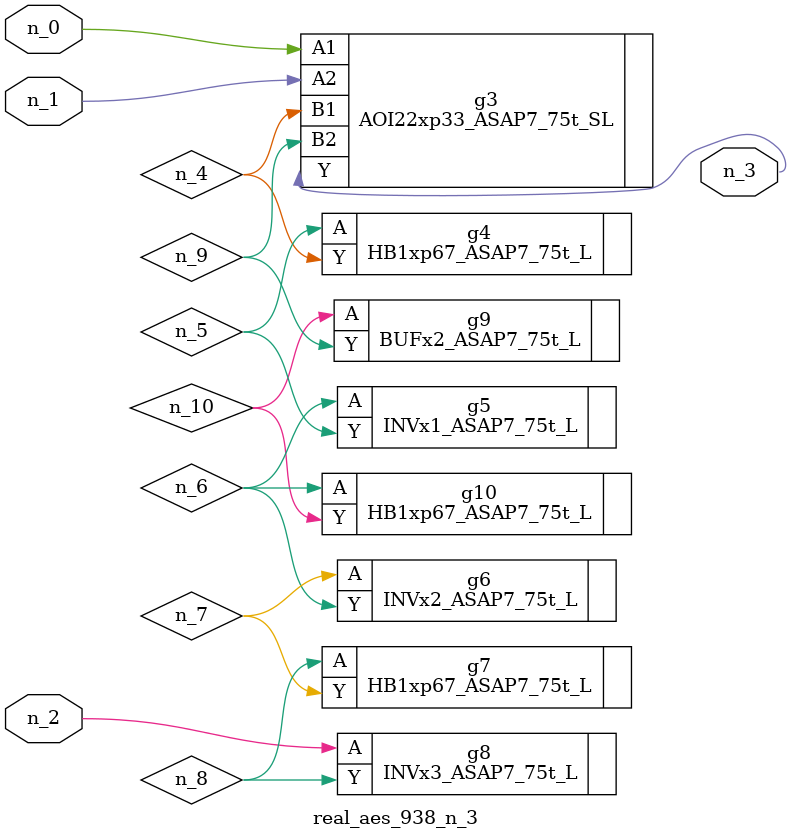
<source format=v>
module real_aes_938_n_3 (n_0, n_2, n_1, n_3);
input n_0;
input n_2;
input n_1;
output n_3;
wire n_4;
wire n_5;
wire n_7;
wire n_9;
wire n_6;
wire n_8;
wire n_10;
AOI22xp33_ASAP7_75t_SL g3 ( .A1(n_0), .A2(n_1), .B1(n_4), .B2(n_9), .Y(n_3) );
INVx3_ASAP7_75t_L g8 ( .A(n_2), .Y(n_8) );
HB1xp67_ASAP7_75t_L g4 ( .A(n_5), .Y(n_4) );
INVx1_ASAP7_75t_L g5 ( .A(n_6), .Y(n_5) );
HB1xp67_ASAP7_75t_L g10 ( .A(n_6), .Y(n_10) );
INVx2_ASAP7_75t_L g6 ( .A(n_7), .Y(n_6) );
HB1xp67_ASAP7_75t_L g7 ( .A(n_8), .Y(n_7) );
BUFx2_ASAP7_75t_L g9 ( .A(n_10), .Y(n_9) );
endmodule
</source>
